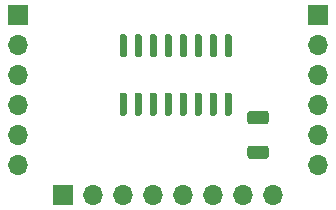
<source format=gbr>
%TF.GenerationSoftware,KiCad,Pcbnew,5.1.7-a382d34a8~87~ubuntu16.04.1*%
%TF.CreationDate,2020-10-08T21:47:55+02:00*%
%TF.ProjectId,ShiftIn-Board,53686966-7449-46e2-9d42-6f6172642e6b,rev?*%
%TF.SameCoordinates,Original*%
%TF.FileFunction,Soldermask,Top*%
%TF.FilePolarity,Negative*%
%FSLAX46Y46*%
G04 Gerber Fmt 4.6, Leading zero omitted, Abs format (unit mm)*
G04 Created by KiCad (PCBNEW 5.1.7-a382d34a8~87~ubuntu16.04.1) date 2020-10-08 21:47:55*
%MOMM*%
%LPD*%
G01*
G04 APERTURE LIST*
%ADD10O,1.700000X1.700000*%
%ADD11R,1.700000X1.700000*%
G04 APERTURE END LIST*
%TO.C,U1*%
G36*
G01*
X139850000Y-60730000D02*
X139550000Y-60730000D01*
G75*
G02*
X139400000Y-60580000I0J150000D01*
G01*
X139400000Y-58930000D01*
G75*
G02*
X139550000Y-58780000I150000J0D01*
G01*
X139850000Y-58780000D01*
G75*
G02*
X140000000Y-58930000I0J-150000D01*
G01*
X140000000Y-60580000D01*
G75*
G02*
X139850000Y-60730000I-150000J0D01*
G01*
G37*
G36*
G01*
X141120000Y-60730000D02*
X140820000Y-60730000D01*
G75*
G02*
X140670000Y-60580000I0J150000D01*
G01*
X140670000Y-58930000D01*
G75*
G02*
X140820000Y-58780000I150000J0D01*
G01*
X141120000Y-58780000D01*
G75*
G02*
X141270000Y-58930000I0J-150000D01*
G01*
X141270000Y-60580000D01*
G75*
G02*
X141120000Y-60730000I-150000J0D01*
G01*
G37*
G36*
G01*
X142390000Y-60730000D02*
X142090000Y-60730000D01*
G75*
G02*
X141940000Y-60580000I0J150000D01*
G01*
X141940000Y-58930000D01*
G75*
G02*
X142090000Y-58780000I150000J0D01*
G01*
X142390000Y-58780000D01*
G75*
G02*
X142540000Y-58930000I0J-150000D01*
G01*
X142540000Y-60580000D01*
G75*
G02*
X142390000Y-60730000I-150000J0D01*
G01*
G37*
G36*
G01*
X143660000Y-60730000D02*
X143360000Y-60730000D01*
G75*
G02*
X143210000Y-60580000I0J150000D01*
G01*
X143210000Y-58930000D01*
G75*
G02*
X143360000Y-58780000I150000J0D01*
G01*
X143660000Y-58780000D01*
G75*
G02*
X143810000Y-58930000I0J-150000D01*
G01*
X143810000Y-60580000D01*
G75*
G02*
X143660000Y-60730000I-150000J0D01*
G01*
G37*
G36*
G01*
X144930000Y-60730000D02*
X144630000Y-60730000D01*
G75*
G02*
X144480000Y-60580000I0J150000D01*
G01*
X144480000Y-58930000D01*
G75*
G02*
X144630000Y-58780000I150000J0D01*
G01*
X144930000Y-58780000D01*
G75*
G02*
X145080000Y-58930000I0J-150000D01*
G01*
X145080000Y-60580000D01*
G75*
G02*
X144930000Y-60730000I-150000J0D01*
G01*
G37*
G36*
G01*
X146200000Y-60730000D02*
X145900000Y-60730000D01*
G75*
G02*
X145750000Y-60580000I0J150000D01*
G01*
X145750000Y-58930000D01*
G75*
G02*
X145900000Y-58780000I150000J0D01*
G01*
X146200000Y-58780000D01*
G75*
G02*
X146350000Y-58930000I0J-150000D01*
G01*
X146350000Y-60580000D01*
G75*
G02*
X146200000Y-60730000I-150000J0D01*
G01*
G37*
G36*
G01*
X147470000Y-60730000D02*
X147170000Y-60730000D01*
G75*
G02*
X147020000Y-60580000I0J150000D01*
G01*
X147020000Y-58930000D01*
G75*
G02*
X147170000Y-58780000I150000J0D01*
G01*
X147470000Y-58780000D01*
G75*
G02*
X147620000Y-58930000I0J-150000D01*
G01*
X147620000Y-60580000D01*
G75*
G02*
X147470000Y-60730000I-150000J0D01*
G01*
G37*
G36*
G01*
X148740000Y-60730000D02*
X148440000Y-60730000D01*
G75*
G02*
X148290000Y-60580000I0J150000D01*
G01*
X148290000Y-58930000D01*
G75*
G02*
X148440000Y-58780000I150000J0D01*
G01*
X148740000Y-58780000D01*
G75*
G02*
X148890000Y-58930000I0J-150000D01*
G01*
X148890000Y-60580000D01*
G75*
G02*
X148740000Y-60730000I-150000J0D01*
G01*
G37*
G36*
G01*
X148740000Y-65680000D02*
X148440000Y-65680000D01*
G75*
G02*
X148290000Y-65530000I0J150000D01*
G01*
X148290000Y-63880000D01*
G75*
G02*
X148440000Y-63730000I150000J0D01*
G01*
X148740000Y-63730000D01*
G75*
G02*
X148890000Y-63880000I0J-150000D01*
G01*
X148890000Y-65530000D01*
G75*
G02*
X148740000Y-65680000I-150000J0D01*
G01*
G37*
G36*
G01*
X147470000Y-65680000D02*
X147170000Y-65680000D01*
G75*
G02*
X147020000Y-65530000I0J150000D01*
G01*
X147020000Y-63880000D01*
G75*
G02*
X147170000Y-63730000I150000J0D01*
G01*
X147470000Y-63730000D01*
G75*
G02*
X147620000Y-63880000I0J-150000D01*
G01*
X147620000Y-65530000D01*
G75*
G02*
X147470000Y-65680000I-150000J0D01*
G01*
G37*
G36*
G01*
X146200000Y-65680000D02*
X145900000Y-65680000D01*
G75*
G02*
X145750000Y-65530000I0J150000D01*
G01*
X145750000Y-63880000D01*
G75*
G02*
X145900000Y-63730000I150000J0D01*
G01*
X146200000Y-63730000D01*
G75*
G02*
X146350000Y-63880000I0J-150000D01*
G01*
X146350000Y-65530000D01*
G75*
G02*
X146200000Y-65680000I-150000J0D01*
G01*
G37*
G36*
G01*
X144930000Y-65680000D02*
X144630000Y-65680000D01*
G75*
G02*
X144480000Y-65530000I0J150000D01*
G01*
X144480000Y-63880000D01*
G75*
G02*
X144630000Y-63730000I150000J0D01*
G01*
X144930000Y-63730000D01*
G75*
G02*
X145080000Y-63880000I0J-150000D01*
G01*
X145080000Y-65530000D01*
G75*
G02*
X144930000Y-65680000I-150000J0D01*
G01*
G37*
G36*
G01*
X143660000Y-65680000D02*
X143360000Y-65680000D01*
G75*
G02*
X143210000Y-65530000I0J150000D01*
G01*
X143210000Y-63880000D01*
G75*
G02*
X143360000Y-63730000I150000J0D01*
G01*
X143660000Y-63730000D01*
G75*
G02*
X143810000Y-63880000I0J-150000D01*
G01*
X143810000Y-65530000D01*
G75*
G02*
X143660000Y-65680000I-150000J0D01*
G01*
G37*
G36*
G01*
X142390000Y-65680000D02*
X142090000Y-65680000D01*
G75*
G02*
X141940000Y-65530000I0J150000D01*
G01*
X141940000Y-63880000D01*
G75*
G02*
X142090000Y-63730000I150000J0D01*
G01*
X142390000Y-63730000D01*
G75*
G02*
X142540000Y-63880000I0J-150000D01*
G01*
X142540000Y-65530000D01*
G75*
G02*
X142390000Y-65680000I-150000J0D01*
G01*
G37*
G36*
G01*
X141120000Y-65680000D02*
X140820000Y-65680000D01*
G75*
G02*
X140670000Y-65530000I0J150000D01*
G01*
X140670000Y-63880000D01*
G75*
G02*
X140820000Y-63730000I150000J0D01*
G01*
X141120000Y-63730000D01*
G75*
G02*
X141270000Y-63880000I0J-150000D01*
G01*
X141270000Y-65530000D01*
G75*
G02*
X141120000Y-65680000I-150000J0D01*
G01*
G37*
G36*
G01*
X139850000Y-65680000D02*
X139550000Y-65680000D01*
G75*
G02*
X139400000Y-65530000I0J150000D01*
G01*
X139400000Y-63880000D01*
G75*
G02*
X139550000Y-63730000I150000J0D01*
G01*
X139850000Y-63730000D01*
G75*
G02*
X140000000Y-63880000I0J-150000D01*
G01*
X140000000Y-65530000D01*
G75*
G02*
X139850000Y-65680000I-150000J0D01*
G01*
G37*
%TD*%
D10*
%TO.C,J3*%
X152400000Y-72390000D03*
X149860000Y-72390000D03*
X147320000Y-72390000D03*
X144780000Y-72390000D03*
X142240000Y-72390000D03*
X139700000Y-72390000D03*
X137160000Y-72390000D03*
D11*
X134620000Y-72390000D03*
%TD*%
D10*
%TO.C,J2*%
X156210000Y-69850000D03*
X156210000Y-67310000D03*
X156210000Y-64770000D03*
X156210000Y-62230000D03*
X156210000Y-59690000D03*
D11*
X156210000Y-57150000D03*
%TD*%
D10*
%TO.C,J1*%
X130810000Y-69850000D03*
X130810000Y-67310000D03*
X130810000Y-64770000D03*
X130810000Y-62230000D03*
X130810000Y-59690000D03*
D11*
X130810000Y-57150000D03*
%TD*%
%TO.C,C1*%
G36*
G01*
X150479999Y-68210000D02*
X151780001Y-68210000D01*
G75*
G02*
X152030000Y-68459999I0J-249999D01*
G01*
X152030000Y-69110001D01*
G75*
G02*
X151780001Y-69360000I-249999J0D01*
G01*
X150479999Y-69360000D01*
G75*
G02*
X150230000Y-69110001I0J249999D01*
G01*
X150230000Y-68459999D01*
G75*
G02*
X150479999Y-68210000I249999J0D01*
G01*
G37*
G36*
G01*
X150479999Y-65260000D02*
X151780001Y-65260000D01*
G75*
G02*
X152030000Y-65509999I0J-249999D01*
G01*
X152030000Y-66160001D01*
G75*
G02*
X151780001Y-66410000I-249999J0D01*
G01*
X150479999Y-66410000D01*
G75*
G02*
X150230000Y-66160001I0J249999D01*
G01*
X150230000Y-65509999D01*
G75*
G02*
X150479999Y-65260000I249999J0D01*
G01*
G37*
%TD*%
M02*

</source>
